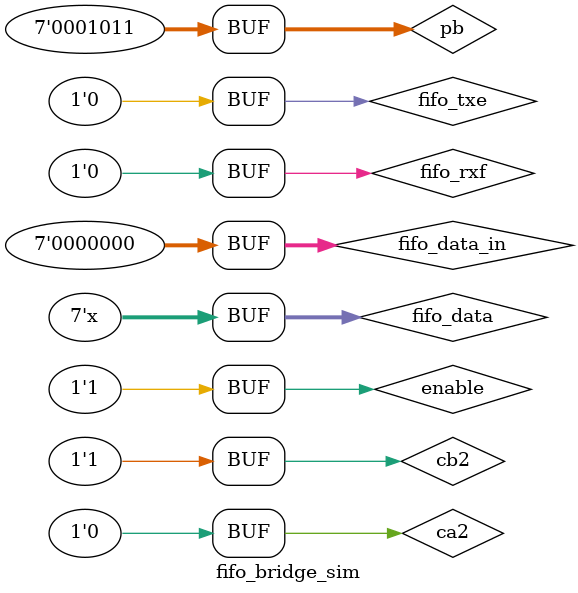
<source format=v>
/*
 * Copyright (c) 2015 Steven Stallion
 * All rights reserved.
 *
 * Redistribution and use in source and binary forms, with or without
 * modification, are permitted provided that the following conditions
 * are met:
 * 1. Redistributions of source code must retain the above copyright
 *    notice, this list of conditions and the following disclaimer.
 * 2. Redistributions in binary form must reproduce the above copyright
 *    notice, this list of conditions and the following disclaimer in the
 *    documentation and/or other materials provided with the distribution.
 *
 * THIS SOFTWARE IS PROVIDED BY THE AUTHOR AND CONTRIBUTORS ``AS IS'' AND
 * ANY EXPRESS OR IMPLIED WARRANTIES, INCLUDING, BUT NOT LIMITED TO, THE
 * IMPLIED WARRANTIES OF MERCHANTABILITY AND FITNESS FOR A PARTICULAR PURPOSE
 * ARE DISCLAIMED.  IN NO EVENT SHALL THE AUTHOR OR CONTRIBUTORS BE LIABLE
 * FOR ANY DIRECT, INDIRECT, INCIDENTAL, SPECIAL, EXEMPLARY, OR CONSEQUENTIAL
 * DAMAGES (INCLUDING, BUT NOT LIMITED TO, PROCUREMENT OF SUBSTITUTE GOODS
 * OR SERVICES; LOSS OF USE, DATA, OR PROFITS; OR BUSINESS INTERRUPTION)
 * HOWEVER CAUSED AND ON ANY THEORY OF LIABILITY, WHETHER IN CONTRACT, STRICT
 * LIABILITY, OR TORT (INCLUDING NEGLIGENCE OR OTHERWISE) ARISING IN ANY WAY
 * OUT OF THE USE OF THIS SOFTWARE, EVEN IF ADVISED OF THE POSSIBILITY OF
 * SUCH DAMAGE.
 */

`timescale 1ns / 10ps

module fifo_bridge_sim;
	reg  enable;
	wire ca1, cb1;
	reg  ca2, cb2;
	wire [6:0] pa;
	reg  [6:0] pb;
	reg  fifo_rxf, fifo_txe;
	wire fifo_rd, fifo_wr;
	wire [6:0] fifo_data;
	reg  [6:0] fifo_data_in;

	fifo_bridge fifo_bridge(
		.enable(enable),
		.ca1(ca1),
		.cb1(cb1),
		.ca2(ca2),
		.cb2(cb2),
		.pa(pa),
		.pb(pb),
		.fifo_rxf(fifo_rxf),
		.fifo_txe(fifo_txe),
		.fifo_rd(fifo_rd),
		.fifo_wr(fifo_wr),
		.fifo_data(fifo_data)
	);

	initial $monitor($time, " enable=%b ca1=%b cb1=%b ca2=%b cb2=%b pa=%x pb=%x fifo_rd=%b fifo_wr=%b fifo_rxf=%b fifo_txe=%b fifo_data=%x",
			 enable, ca1, cb1, ca2, cb2, pa, pb, fifo_rd, fifo_wr, fifo_rxf, fifo_txe, fifo_data);

	initial begin
		// keyboard input
		#500 enable	  <= 0;
	       	     ca2	  <= 0;
		     cb2	  <= 0;
		     fifo_rxf	  <= 0;
		     fifo_txe	  <= 0;
		     pb		  <= 0;
		     fifo_data_in <= 7'ha;
		#500 enable	  <= 1;
		     ca2	  <= 1;

		// terminal output
		#500 enable	  <= 0;
		     ca2	  <= 0;
		     cb2	  <= 0;
		     fifo_rxf	  <= 0;
		     fifo_txe	  <= 0;
		     pb		  <= 7'hb;
		     fifo_data_in <= 0;
		#500 enable	  <= 1;
		     cb2	  <= 1;
	end

	assign fifo_data = (enable && ca2) ? fifo_data_in : 7'bz;
endmodule

</source>
